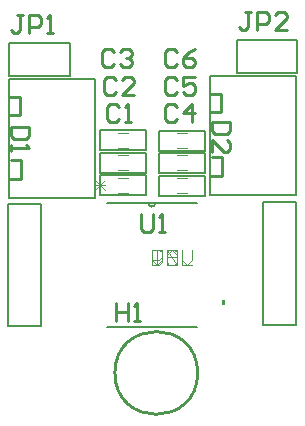
<source format=gto>
%FSTAX24Y24*%
%MOIN*%
G70*
G01*
G75*
%ADD10R,0.0500X0.0550*%
%ADD11R,0.0910X0.0220*%
%ADD12C,0.0450*%
%ADD13C,0.0200*%
%ADD14C,0.0160*%
%ADD15C,0.0071*%
%ADD16R,0.1360X0.1360*%
%ADD17C,0.1360*%
%ADD18R,0.0850X0.0600*%
%ADD19O,0.0850X0.0600*%
%ADD20O,0.0600X0.0850*%
%ADD21R,0.0600X0.0850*%
%ADD22C,0.1380*%
%ADD23C,0.0060*%
%ADD24C,0.0100*%
%ADD25C,0.0040*%
%ADD26C,0.0050*%
%ADD27C,0.0070*%
%ADD28C,0.0030*%
G36*
X045285Y019875D02*
X045185D01*
Y020025D01*
X045285D01*
Y019875D01*
D02*
G37*
D23*
X04273Y023265D02*
G03*
X04297Y023265I00012J0D01*
G01*
X041355D02*
X044345D01*
X041355Y019135D02*
X044345D01*
D24*
X04438Y0176D02*
G03*
X04438Y0176I-00138J0D01*
G01*
X038133Y026813D02*
X038457D01*
X038467Y026804D01*
Y026193D02*
Y026804D01*
X038113Y026193D02*
X038467D01*
X038123Y024077D02*
X038477D01*
Y024687D01*
X038467Y024697D02*
X038477Y024687D01*
X038143Y024697D02*
X038467D01*
X044833Y026913D02*
X045157D01*
X045167Y026904D01*
Y026293D02*
Y026904D01*
X044813Y026293D02*
X045167D01*
X044823Y024177D02*
X045177D01*
Y024787D01*
X045167Y024797D02*
X045177Y024787D01*
X044843Y024797D02*
X045167D01*
X0425Y0229D02*
Y0224D01*
X0426Y0223D01*
X0428D01*
X0429Y0224D01*
Y0229D01*
X0431Y0223D02*
X0433D01*
X0432D01*
Y0229D01*
X0431Y0228D01*
X04615Y02964D02*
X04595D01*
X04605D01*
Y02914D01*
X04595Y02904D01*
X04585D01*
X04575Y02914D01*
X04635Y02904D02*
Y02964D01*
X04665D01*
X04675Y02954D01*
Y02934D01*
X04665Y02924D01*
X04635D01*
X047349Y02904D02*
X04695D01*
X047349Y02944D01*
Y02954D01*
X04725Y02964D01*
X04705D01*
X04695Y02954D01*
X03856Y02954D02*
X03836D01*
X03846D01*
Y02904D01*
X03836Y02894D01*
X03826D01*
X03816Y02904D01*
X03876Y02894D02*
Y02954D01*
X03906D01*
X03916Y02944D01*
Y02924D01*
X03906Y02914D01*
X03876D01*
X03936Y02894D02*
X03956D01*
X03946D01*
Y02954D01*
X03936Y02944D01*
X04545Y02595D02*
X04485D01*
Y02565D01*
X04495Y02555D01*
X04535D01*
X04545Y02565D01*
Y02595D01*
X04485Y02495D02*
Y02535D01*
X04525Y02495D01*
X04535D01*
X04545Y02505D01*
Y02525D01*
X04535Y02535D01*
X03875Y0258D02*
X03815D01*
Y0255D01*
X03825Y0254D01*
X03865D01*
X03875Y0255D01*
Y0258D01*
X03815Y0252D02*
Y025D01*
Y0251D01*
X03875D01*
X03865Y0252D01*
X0437Y0283D02*
X0436Y0284D01*
X0434D01*
X0433Y0283D01*
Y0279D01*
X0434Y0278D01*
X0436D01*
X0437Y0279D01*
X0443Y0284D02*
X0441Y0283D01*
X0439Y0281D01*
Y0279D01*
X044Y0278D01*
X0442D01*
X0443Y0279D01*
Y028D01*
X0442Y0281D01*
X0439D01*
X0437Y02735D02*
X0436Y02745D01*
X0434D01*
X0433Y02735D01*
Y02695D01*
X0434Y02685D01*
X0436D01*
X0437Y02695D01*
X0443Y02745D02*
X0439D01*
Y02715D01*
X0441Y02725D01*
X0442D01*
X0443Y02715D01*
Y02695D01*
X0442Y02685D01*
X044D01*
X0439Y02695D01*
X0437Y02645D02*
X0436Y02655D01*
X0434D01*
X0433Y02645D01*
Y02605D01*
X0434Y02595D01*
X0436D01*
X0437Y02605D01*
X0442Y02595D02*
Y02655D01*
X0439Y02625D01*
X0443D01*
X0416Y0283D02*
X0415Y0284D01*
X0413D01*
X0412Y0283D01*
Y0279D01*
X0413Y0278D01*
X0415D01*
X0416Y0279D01*
X0418Y0283D02*
X0419Y0284D01*
X0421D01*
X0422Y0283D01*
Y0282D01*
X0421Y0281D01*
X042D01*
X0421D01*
X0422Y028D01*
Y0279D01*
X0421Y0278D01*
X0419D01*
X0418Y0279D01*
X04165Y02735D02*
X04155Y02745D01*
X04135D01*
X04125Y02735D01*
Y02695D01*
X04135Y02685D01*
X04155D01*
X04165Y02695D01*
X04225Y02685D02*
X04185D01*
X04225Y02725D01*
Y02735D01*
X04215Y02745D01*
X04195D01*
X04185Y02735D01*
X04175Y02645D02*
X04165Y02655D01*
X04145D01*
X04135Y02645D01*
Y02605D01*
X04145Y02595D01*
X04165D01*
X04175Y02605D01*
X04195Y02595D02*
X04215D01*
X04205D01*
Y02655D01*
X04195Y02645D01*
X041665Y019925D02*
Y019325D01*
Y019625D01*
X042065D01*
Y019925D01*
Y019325D01*
X042265D02*
X042465D01*
X042365D01*
Y019925D01*
X042265Y019825D01*
D25*
X04368Y0241D02*
X04402D01*
X04368Y0236D02*
X04402D01*
X04368Y02485D02*
X04402D01*
X04368Y02435D02*
X04402D01*
X04368Y0256D02*
X04402D01*
X04368Y0251D02*
X04402D01*
X04173Y0236D02*
X04207D01*
X04173Y0241D02*
X04207D01*
X04173Y0251D02*
X04207D01*
X04173Y0256D02*
X04207D01*
X04173Y02435D02*
X04207D01*
X04173Y02485D02*
X04207D01*
D26*
X04308Y02351D02*
X04461D01*
Y02418D01*
X04308D02*
X04461D01*
X04308Y02351D02*
Y02418D01*
Y02426D02*
X04461D01*
Y02493D01*
X04308D02*
X04461D01*
X04308Y02426D02*
Y02493D01*
Y02501D02*
X04461D01*
Y02568D01*
X04308D02*
X04461D01*
X04308Y02501D02*
Y02568D01*
X04114Y02419D02*
X04267D01*
X04114Y02352D02*
Y02419D01*
Y02352D02*
X04267D01*
Y02419D01*
X04114Y02569D02*
X04267D01*
X04114Y02502D02*
Y02569D01*
Y02502D02*
X04267D01*
Y02569D01*
X04114Y02494D02*
X04267D01*
X04114Y02427D02*
Y02494D01*
Y02427D02*
X04267D01*
Y02494D01*
D27*
X040972Y023418D02*
Y027391D01*
X038093Y023416D02*
X040963D01*
X038093Y027384D02*
X040963D01*
X038093Y023416D02*
Y027384D01*
X047672Y023518D02*
Y027491D01*
X044793Y023516D02*
X047663D01*
X044793Y027484D02*
X047663D01*
X044793Y023516D02*
Y027484D01*
X038069Y019149D02*
X039162D01*
X038069D02*
Y023233D01*
X039162Y019149D02*
Y023233D01*
X038069D02*
X039162D01*
X0477Y0276D02*
Y0287D01*
X045686Y0276D02*
X0477D01*
X045686Y0287D02*
X0477D01*
X045686Y0276D02*
Y0287D01*
X0381Y0275D02*
Y0286D01*
X040114D01*
X0381Y0275D02*
X040114D01*
Y0286D01*
X046569Y019199D02*
X047662D01*
X046569D02*
Y023283D01*
X047662Y019199D02*
Y023283D01*
X046569D02*
X047662D01*
D28*
X04285Y0217D02*
X043183D01*
X043017D01*
Y0212D01*
X0436Y0217D02*
X043433D01*
X04335Y021617D01*
Y021283D01*
X043433Y0212D01*
X0436D01*
X043683Y021283D01*
Y021617D01*
X0436Y0217D01*
X04385D02*
Y0212D01*
X044183D01*
X04285Y0217D02*
Y021367D01*
X043017Y0212D01*
X043183Y021367D01*
Y0217D01*
X04335Y0212D02*
Y021533D01*
X043516Y0217D01*
X043683Y021533D01*
Y0212D01*
Y02145D01*
X04335D01*
X04385Y0217D02*
Y0212D01*
X044183D01*
X04285Y0217D02*
Y0212D01*
X0431D01*
X043183Y021283D01*
Y021617D01*
X0431Y0217D01*
X04285D01*
X043683D02*
X04335D01*
Y0212D01*
X043683D01*
X04335Y02145D02*
X043516D01*
X04385Y0217D02*
Y021367D01*
X044016Y0212D01*
X044183Y021367D01*
Y0217D01*
X04285Y0212D02*
Y0217D01*
X0431D01*
X043183Y021617D01*
Y02145D01*
X0431Y021367D01*
X04285D01*
X04335Y0212D02*
Y0217D01*
X043683Y0212D01*
Y0217D01*
X04097Y024037D02*
X041303Y023703D01*
X04097D02*
X041303Y024037D01*
X04097Y02387D02*
X041303D01*
X041137Y023703D02*
Y024037D01*
M02*

</source>
